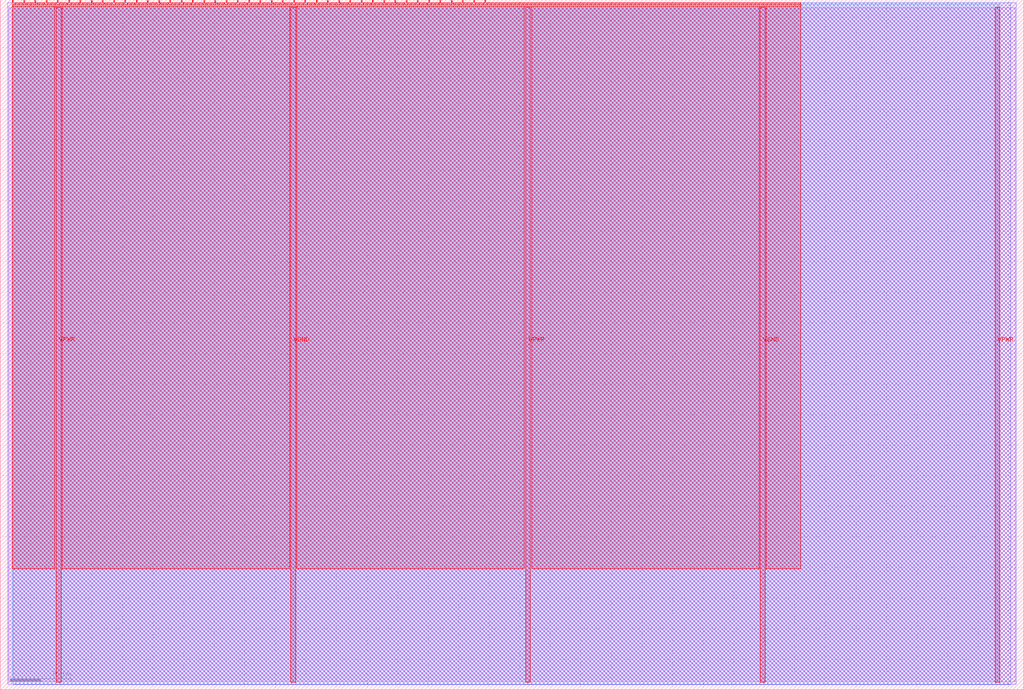
<source format=lef>
VERSION 5.7 ;
  NOWIREEXTENSIONATPIN ON ;
  DIVIDERCHAR "/" ;
  BUSBITCHARS "[]" ;
MACRO tt_um_devinatkin_fastreadout
  CLASS BLOCK ;
  FOREIGN tt_um_devinatkin_fastreadout ;
  ORIGIN 0.000 0.000 ;
  SIZE 334.880 BY 225.760 ;
  PIN VGND
    DIRECTION INOUT ;
    USE GROUND ;
    PORT
      LAYER met4 ;
        RECT 95.080 2.480 96.680 223.280 ;
    END
    PORT
      LAYER met4 ;
        RECT 248.680 2.480 250.280 223.280 ;
    END
  END VGND
  PIN VPWR
    DIRECTION INOUT ;
    USE POWER ;
    PORT
      LAYER met4 ;
        RECT 18.280 2.480 19.880 223.280 ;
    END
    PORT
      LAYER met4 ;
        RECT 171.880 2.480 173.480 223.280 ;
    END
    PORT
      LAYER met4 ;
        RECT 325.480 2.480 327.080 223.280 ;
    END
  END VPWR
  PIN clk
    DIRECTION INPUT ;
    USE SIGNAL ;
    ANTENNAGATEAREA 0.852000 ;
    PORT
      LAYER met4 ;
        RECT 154.870 224.760 155.170 225.760 ;
    END
  END clk
  PIN ena
    DIRECTION INPUT ;
    USE SIGNAL ;
    PORT
      LAYER met4 ;
        RECT 158.550 224.760 158.850 225.760 ;
    END
  END ena
  PIN rst_n
    DIRECTION INPUT ;
    USE SIGNAL ;
    ANTENNAGATEAREA 0.213000 ;
    PORT
      LAYER met4 ;
        RECT 151.190 224.760 151.490 225.760 ;
    END
  END rst_n
  PIN ui_in[0]
    DIRECTION INPUT ;
    USE SIGNAL ;
    ANTENNAGATEAREA 0.196500 ;
    PORT
      LAYER met4 ;
        RECT 147.510 224.760 147.810 225.760 ;
    END
  END ui_in[0]
  PIN ui_in[1]
    DIRECTION INPUT ;
    USE SIGNAL ;
    ANTENNAGATEAREA 0.159000 ;
    PORT
      LAYER met4 ;
        RECT 143.830 224.760 144.130 225.760 ;
    END
  END ui_in[1]
  PIN ui_in[2]
    DIRECTION INPUT ;
    USE SIGNAL ;
    ANTENNAGATEAREA 0.159000 ;
    PORT
      LAYER met4 ;
        RECT 140.150 224.760 140.450 225.760 ;
    END
  END ui_in[2]
  PIN ui_in[3]
    DIRECTION INPUT ;
    USE SIGNAL ;
    PORT
      LAYER met4 ;
        RECT 136.470 224.760 136.770 225.760 ;
    END
  END ui_in[3]
  PIN ui_in[4]
    DIRECTION INPUT ;
    USE SIGNAL ;
    PORT
      LAYER met4 ;
        RECT 132.790 224.760 133.090 225.760 ;
    END
  END ui_in[4]
  PIN ui_in[5]
    DIRECTION INPUT ;
    USE SIGNAL ;
    PORT
      LAYER met4 ;
        RECT 129.110 224.760 129.410 225.760 ;
    END
  END ui_in[5]
  PIN ui_in[6]
    DIRECTION INPUT ;
    USE SIGNAL ;
    PORT
      LAYER met4 ;
        RECT 125.430 224.760 125.730 225.760 ;
    END
  END ui_in[6]
  PIN ui_in[7]
    DIRECTION INPUT ;
    USE SIGNAL ;
    PORT
      LAYER met4 ;
        RECT 121.750 224.760 122.050 225.760 ;
    END
  END ui_in[7]
  PIN uio_in[0]
    DIRECTION INPUT ;
    USE SIGNAL ;
    PORT
      LAYER met4 ;
        RECT 118.070 224.760 118.370 225.760 ;
    END
  END uio_in[0]
  PIN uio_in[1]
    DIRECTION INPUT ;
    USE SIGNAL ;
    PORT
      LAYER met4 ;
        RECT 114.390 224.760 114.690 225.760 ;
    END
  END uio_in[1]
  PIN uio_in[2]
    DIRECTION INPUT ;
    USE SIGNAL ;
    PORT
      LAYER met4 ;
        RECT 110.710 224.760 111.010 225.760 ;
    END
  END uio_in[2]
  PIN uio_in[3]
    DIRECTION INPUT ;
    USE SIGNAL ;
    PORT
      LAYER met4 ;
        RECT 107.030 224.760 107.330 225.760 ;
    END
  END uio_in[3]
  PIN uio_in[4]
    DIRECTION INPUT ;
    USE SIGNAL ;
    PORT
      LAYER met4 ;
        RECT 103.350 224.760 103.650 225.760 ;
    END
  END uio_in[4]
  PIN uio_in[5]
    DIRECTION INPUT ;
    USE SIGNAL ;
    PORT
      LAYER met4 ;
        RECT 99.670 224.760 99.970 225.760 ;
    END
  END uio_in[5]
  PIN uio_in[6]
    DIRECTION INPUT ;
    USE SIGNAL ;
    PORT
      LAYER met4 ;
        RECT 95.990 224.760 96.290 225.760 ;
    END
  END uio_in[6]
  PIN uio_in[7]
    DIRECTION INPUT ;
    USE SIGNAL ;
    PORT
      LAYER met4 ;
        RECT 92.310 224.760 92.610 225.760 ;
    END
  END uio_in[7]
  PIN uio_oe[0]
    DIRECTION OUTPUT TRISTATE ;
    USE SIGNAL ;
    PORT
      LAYER met4 ;
        RECT 29.750 224.760 30.050 225.760 ;
    END
  END uio_oe[0]
  PIN uio_oe[1]
    DIRECTION OUTPUT TRISTATE ;
    USE SIGNAL ;
    PORT
      LAYER met4 ;
        RECT 26.070 224.760 26.370 225.760 ;
    END
  END uio_oe[1]
  PIN uio_oe[2]
    DIRECTION OUTPUT TRISTATE ;
    USE SIGNAL ;
    PORT
      LAYER met4 ;
        RECT 22.390 224.760 22.690 225.760 ;
    END
  END uio_oe[2]
  PIN uio_oe[3]
    DIRECTION OUTPUT TRISTATE ;
    USE SIGNAL ;
    PORT
      LAYER met4 ;
        RECT 18.710 224.760 19.010 225.760 ;
    END
  END uio_oe[3]
  PIN uio_oe[4]
    DIRECTION OUTPUT TRISTATE ;
    USE SIGNAL ;
    PORT
      LAYER met4 ;
        RECT 15.030 224.760 15.330 225.760 ;
    END
  END uio_oe[4]
  PIN uio_oe[5]
    DIRECTION OUTPUT TRISTATE ;
    USE SIGNAL ;
    PORT
      LAYER met4 ;
        RECT 11.350 224.760 11.650 225.760 ;
    END
  END uio_oe[5]
  PIN uio_oe[6]
    DIRECTION OUTPUT TRISTATE ;
    USE SIGNAL ;
    PORT
      LAYER met4 ;
        RECT 7.670 224.760 7.970 225.760 ;
    END
  END uio_oe[6]
  PIN uio_oe[7]
    DIRECTION OUTPUT TRISTATE ;
    USE SIGNAL ;
    PORT
      LAYER met4 ;
        RECT 3.990 224.760 4.290 225.760 ;
    END
  END uio_oe[7]
  PIN uio_out[0]
    DIRECTION OUTPUT TRISTATE ;
    USE SIGNAL ;
    ANTENNADIFFAREA 0.795200 ;
    PORT
      LAYER met4 ;
        RECT 59.190 224.760 59.490 225.760 ;
    END
  END uio_out[0]
  PIN uio_out[1]
    DIRECTION OUTPUT TRISTATE ;
    USE SIGNAL ;
    ANTENNADIFFAREA 0.795200 ;
    PORT
      LAYER met4 ;
        RECT 55.510 224.760 55.810 225.760 ;
    END
  END uio_out[1]
  PIN uio_out[2]
    DIRECTION OUTPUT TRISTATE ;
    USE SIGNAL ;
    ANTENNADIFFAREA 0.891000 ;
    PORT
      LAYER met4 ;
        RECT 51.830 224.760 52.130 225.760 ;
    END
  END uio_out[2]
  PIN uio_out[3]
    DIRECTION OUTPUT TRISTATE ;
    USE SIGNAL ;
    ANTENNADIFFAREA 0.795200 ;
    PORT
      LAYER met4 ;
        RECT 48.150 224.760 48.450 225.760 ;
    END
  END uio_out[3]
  PIN uio_out[4]
    DIRECTION OUTPUT TRISTATE ;
    USE SIGNAL ;
    ANTENNADIFFAREA 0.795200 ;
    PORT
      LAYER met4 ;
        RECT 44.470 224.760 44.770 225.760 ;
    END
  END uio_out[4]
  PIN uio_out[5]
    DIRECTION OUTPUT TRISTATE ;
    USE SIGNAL ;
    ANTENNADIFFAREA 0.795200 ;
    PORT
      LAYER met4 ;
        RECT 40.790 224.760 41.090 225.760 ;
    END
  END uio_out[5]
  PIN uio_out[6]
    DIRECTION OUTPUT TRISTATE ;
    USE SIGNAL ;
    ANTENNADIFFAREA 0.795200 ;
    PORT
      LAYER met4 ;
        RECT 37.110 224.760 37.410 225.760 ;
    END
  END uio_out[6]
  PIN uio_out[7]
    DIRECTION OUTPUT TRISTATE ;
    USE SIGNAL ;
    ANTENNADIFFAREA 0.795200 ;
    PORT
      LAYER met4 ;
        RECT 33.430 224.760 33.730 225.760 ;
    END
  END uio_out[7]
  PIN uo_out[0]
    DIRECTION OUTPUT TRISTATE ;
    USE SIGNAL ;
    ANTENNADIFFAREA 0.795200 ;
    PORT
      LAYER met4 ;
        RECT 88.630 224.760 88.930 225.760 ;
    END
  END uo_out[0]
  PIN uo_out[1]
    DIRECTION OUTPUT TRISTATE ;
    USE SIGNAL ;
    ANTENNADIFFAREA 0.795200 ;
    PORT
      LAYER met4 ;
        RECT 84.950 224.760 85.250 225.760 ;
    END
  END uo_out[1]
  PIN uo_out[2]
    DIRECTION OUTPUT TRISTATE ;
    USE SIGNAL ;
    ANTENNADIFFAREA 0.795200 ;
    PORT
      LAYER met4 ;
        RECT 81.270 224.760 81.570 225.760 ;
    END
  END uo_out[2]
  PIN uo_out[3]
    DIRECTION OUTPUT TRISTATE ;
    USE SIGNAL ;
    ANTENNADIFFAREA 0.795200 ;
    PORT
      LAYER met4 ;
        RECT 77.590 224.760 77.890 225.760 ;
    END
  END uo_out[3]
  PIN uo_out[4]
    DIRECTION OUTPUT TRISTATE ;
    USE SIGNAL ;
    ANTENNADIFFAREA 0.795200 ;
    PORT
      LAYER met4 ;
        RECT 73.910 224.760 74.210 225.760 ;
    END
  END uo_out[4]
  PIN uo_out[5]
    DIRECTION OUTPUT TRISTATE ;
    USE SIGNAL ;
    ANTENNADIFFAREA 0.795200 ;
    PORT
      LAYER met4 ;
        RECT 70.230 224.760 70.530 225.760 ;
    END
  END uo_out[5]
  PIN uo_out[6]
    DIRECTION OUTPUT TRISTATE ;
    USE SIGNAL ;
    ANTENNADIFFAREA 0.795200 ;
    PORT
      LAYER met4 ;
        RECT 66.550 224.760 66.850 225.760 ;
    END
  END uo_out[6]
  PIN uo_out[7]
    DIRECTION OUTPUT TRISTATE ;
    USE SIGNAL ;
    ANTENNADIFFAREA 0.795200 ;
    PORT
      LAYER met4 ;
        RECT 62.870 224.760 63.170 225.760 ;
    END
  END uo_out[7]
  OBS
      LAYER li1 ;
        RECT 2.760 2.635 332.120 223.125 ;
      LAYER met1 ;
        RECT 2.460 1.740 332.420 224.700 ;
      LAYER met2 ;
        RECT 4.230 1.710 330.640 224.730 ;
      LAYER met3 ;
        RECT 3.950 2.555 327.070 224.225 ;
      LAYER met4 ;
        RECT 4.690 224.360 7.270 224.760 ;
        RECT 8.370 224.360 10.950 224.760 ;
        RECT 12.050 224.360 14.630 224.760 ;
        RECT 15.730 224.360 18.310 224.760 ;
        RECT 19.410 224.360 21.990 224.760 ;
        RECT 23.090 224.360 25.670 224.760 ;
        RECT 26.770 224.360 29.350 224.760 ;
        RECT 30.450 224.360 33.030 224.760 ;
        RECT 34.130 224.360 36.710 224.760 ;
        RECT 37.810 224.360 40.390 224.760 ;
        RECT 41.490 224.360 44.070 224.760 ;
        RECT 45.170 224.360 47.750 224.760 ;
        RECT 48.850 224.360 51.430 224.760 ;
        RECT 52.530 224.360 55.110 224.760 ;
        RECT 56.210 224.360 58.790 224.760 ;
        RECT 59.890 224.360 62.470 224.760 ;
        RECT 63.570 224.360 66.150 224.760 ;
        RECT 67.250 224.360 69.830 224.760 ;
        RECT 70.930 224.360 73.510 224.760 ;
        RECT 74.610 224.360 77.190 224.760 ;
        RECT 78.290 224.360 80.870 224.760 ;
        RECT 81.970 224.360 84.550 224.760 ;
        RECT 85.650 224.360 88.230 224.760 ;
        RECT 89.330 224.360 91.910 224.760 ;
        RECT 93.010 224.360 95.590 224.760 ;
        RECT 96.690 224.360 99.270 224.760 ;
        RECT 100.370 224.360 102.950 224.760 ;
        RECT 104.050 224.360 106.630 224.760 ;
        RECT 107.730 224.360 110.310 224.760 ;
        RECT 111.410 224.360 113.990 224.760 ;
        RECT 115.090 224.360 117.670 224.760 ;
        RECT 118.770 224.360 121.350 224.760 ;
        RECT 122.450 224.360 125.030 224.760 ;
        RECT 126.130 224.360 128.710 224.760 ;
        RECT 129.810 224.360 132.390 224.760 ;
        RECT 133.490 224.360 136.070 224.760 ;
        RECT 137.170 224.360 139.750 224.760 ;
        RECT 140.850 224.360 143.430 224.760 ;
        RECT 144.530 224.360 147.110 224.760 ;
        RECT 148.210 224.360 150.790 224.760 ;
        RECT 151.890 224.360 154.470 224.760 ;
        RECT 155.570 224.360 158.150 224.760 ;
        RECT 159.250 224.360 261.905 224.760 ;
        RECT 3.975 223.680 261.905 224.360 ;
        RECT 3.975 39.615 17.880 223.680 ;
        RECT 20.280 39.615 94.680 223.680 ;
        RECT 97.080 39.615 171.480 223.680 ;
        RECT 173.880 39.615 248.280 223.680 ;
        RECT 250.680 39.615 261.905 223.680 ;
  END
END tt_um_devinatkin_fastreadout
END LIBRARY


</source>
